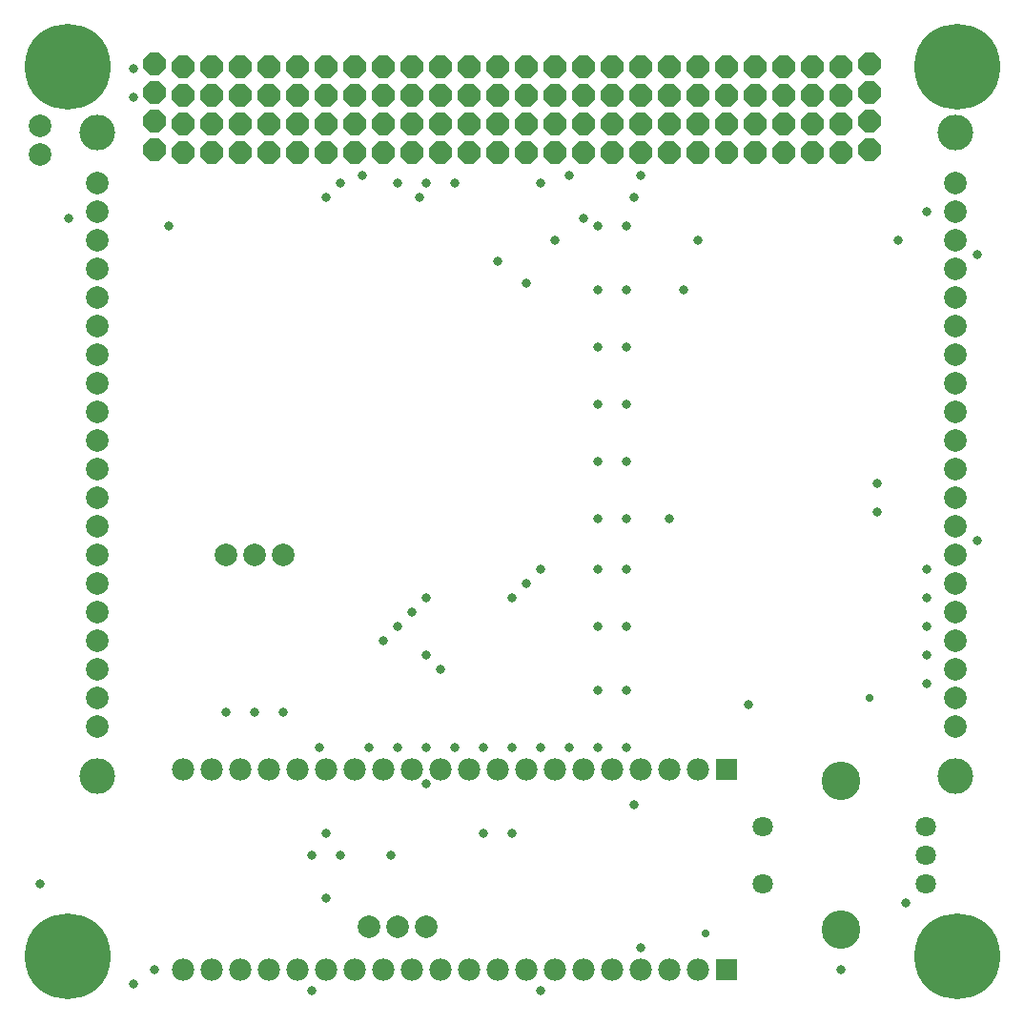
<source format=gbs>
G04 EAGLE Gerber RS-274X export*
G75*
%MOMM*%
%FSLAX34Y34*%
%LPD*%
%INSoldermask Bottom*%
%IPPOS*%
%AMOC8*
5,1,8,0,0,1.08239X$1,22.5*%
G01*
%ADD10C,3.175000*%
%ADD11C,1.987400*%
%ADD12R,1.987400X1.987400*%
%ADD13C,2.006600*%
%ADD14P,2.171924X8X22.500000*%
%ADD15C,7.627000*%
%ADD16C,1.803400*%
%ADD17C,3.429000*%
%ADD18C,0.831000*%
%ADD19C,0.731000*%


D10*
X76200Y209550D03*
X76200Y781050D03*
X838200Y781050D03*
X838200Y209550D03*
D11*
X406400Y38100D03*
X381000Y38100D03*
X431800Y38100D03*
X457200Y38100D03*
X482600Y38100D03*
X508000Y38100D03*
X533400Y38100D03*
X558800Y38100D03*
X584200Y38100D03*
X609600Y38100D03*
D12*
X635000Y38100D03*
D11*
X355600Y38100D03*
X330200Y38100D03*
X304800Y38100D03*
X279400Y38100D03*
X254000Y38100D03*
X228600Y38100D03*
X203200Y38100D03*
X177800Y38100D03*
X152400Y38100D03*
X406400Y215900D03*
X381000Y215900D03*
X431800Y215900D03*
X457200Y215900D03*
X482600Y215900D03*
X508000Y215900D03*
X533400Y215900D03*
X558800Y215900D03*
X584200Y215900D03*
X609600Y215900D03*
D12*
X635000Y215900D03*
D11*
X355600Y215900D03*
X330200Y215900D03*
X304800Y215900D03*
X279400Y215900D03*
X254000Y215900D03*
X228600Y215900D03*
X203200Y215900D03*
X177800Y215900D03*
X152400Y215900D03*
D13*
X368300Y76200D03*
X342900Y76200D03*
X317500Y76200D03*
X241300Y406400D03*
X215900Y406400D03*
X190500Y406400D03*
D14*
X127000Y765840D03*
X127000Y791240D03*
X127000Y816640D03*
X127000Y842040D03*
X152400Y763300D03*
X152400Y788700D03*
X152400Y814100D03*
X152400Y839500D03*
X177800Y763300D03*
X177800Y788700D03*
X177800Y814100D03*
X177800Y839500D03*
X203200Y763300D03*
X203200Y788700D03*
X203200Y814100D03*
X203200Y839500D03*
X228600Y763300D03*
X228600Y788700D03*
X228600Y814100D03*
X228600Y839500D03*
X254000Y763300D03*
X254000Y788700D03*
X254000Y814100D03*
X254000Y839500D03*
X279400Y763300D03*
X279400Y788700D03*
X279400Y814100D03*
X279400Y839500D03*
X304800Y763300D03*
X304800Y788700D03*
X304800Y814100D03*
X304800Y839500D03*
X330200Y763300D03*
X330200Y788700D03*
X330200Y814100D03*
X330200Y839500D03*
X355600Y763300D03*
X355600Y788700D03*
X355600Y814100D03*
X355600Y839500D03*
X381000Y763300D03*
X381000Y788700D03*
X381000Y814100D03*
X381000Y839500D03*
X406400Y763300D03*
X406400Y788700D03*
X406400Y814100D03*
X406400Y839500D03*
X431800Y763300D03*
X431800Y788700D03*
X431800Y814100D03*
X431800Y839500D03*
X457200Y763300D03*
X457200Y788700D03*
X457200Y814100D03*
X457200Y839500D03*
X482600Y763300D03*
X482600Y788700D03*
X482600Y814100D03*
X482600Y839500D03*
X508000Y763300D03*
X508000Y788700D03*
X508000Y814100D03*
X508000Y839500D03*
X533400Y763300D03*
X533400Y788700D03*
X533400Y814100D03*
X533400Y839500D03*
X558800Y763300D03*
X558800Y788700D03*
X558800Y814100D03*
X558800Y839500D03*
X584200Y763300D03*
X584200Y788700D03*
X584200Y814100D03*
X584200Y839500D03*
X609600Y763300D03*
X609600Y788700D03*
X609600Y814100D03*
X609600Y839500D03*
X635000Y763300D03*
X635000Y788700D03*
X635000Y814100D03*
X635000Y839500D03*
X660400Y763300D03*
X660400Y788700D03*
X660400Y814100D03*
X660400Y839500D03*
X685800Y763300D03*
X685800Y788700D03*
X685800Y814100D03*
X685800Y839500D03*
X711200Y763300D03*
X711200Y788700D03*
X711200Y814100D03*
X711200Y839500D03*
X736600Y763300D03*
X736600Y788700D03*
X736600Y814100D03*
X736600Y839500D03*
X762000Y765840D03*
X762000Y791240D03*
X762000Y816640D03*
X762000Y842040D03*
D15*
X49500Y839500D03*
X49500Y49500D03*
X839500Y49500D03*
X839500Y839500D03*
D13*
X25400Y787400D03*
X25400Y762000D03*
D16*
X811530Y139700D03*
X666750Y165100D03*
D17*
X736600Y205740D03*
X736600Y73660D03*
D16*
X666750Y114300D03*
X811530Y165100D03*
X811530Y114300D03*
D13*
X838200Y254000D03*
X838200Y279400D03*
X838200Y304800D03*
X838200Y330200D03*
X838200Y355600D03*
X838200Y381000D03*
X838200Y406400D03*
X838200Y431800D03*
X838200Y457200D03*
X838200Y482600D03*
X838200Y508000D03*
X838200Y533400D03*
X838200Y558800D03*
X838200Y584200D03*
X838200Y609600D03*
X838200Y635000D03*
X838200Y660400D03*
X838200Y685800D03*
X838200Y711200D03*
X838200Y736600D03*
X76200Y254000D03*
X76200Y279400D03*
X76200Y304800D03*
X76200Y330200D03*
X76200Y355600D03*
X76200Y381000D03*
X76200Y406400D03*
X76200Y431800D03*
X76200Y457200D03*
X76200Y482600D03*
X76200Y508000D03*
X76200Y533400D03*
X76200Y558800D03*
X76200Y584200D03*
X76200Y609600D03*
X76200Y635000D03*
X76200Y660400D03*
X76200Y685800D03*
X76200Y711200D03*
X76200Y736600D03*
D18*
X139700Y698500D03*
X190500Y266700D03*
X279400Y158750D03*
X317500Y234950D03*
X342900Y234950D03*
X368300Y234950D03*
X393700Y234950D03*
X342900Y736600D03*
X368300Y736600D03*
X393700Y736600D03*
X279400Y723900D03*
X292100Y736600D03*
X311150Y742950D03*
X812800Y711200D03*
X419100Y234950D03*
X444500Y234950D03*
X469900Y234950D03*
X495300Y234950D03*
X520700Y234950D03*
X546100Y234950D03*
X469900Y736600D03*
X495300Y742950D03*
X520700Y285750D03*
X520700Y342900D03*
X520700Y393700D03*
X520700Y438150D03*
X520700Y488950D03*
X520700Y539750D03*
X520700Y590550D03*
X520700Y641350D03*
X520700Y698500D03*
X546100Y698500D03*
X546100Y641350D03*
X546100Y590550D03*
X546100Y539750D03*
X546100Y488950D03*
X546100Y438150D03*
X546100Y393700D03*
X546100Y342900D03*
X546100Y285750D03*
X266700Y19050D03*
X107950Y25400D03*
X469900Y19050D03*
X558800Y742950D03*
X584200Y438150D03*
X596900Y641350D03*
X768350Y444500D03*
X215900Y266700D03*
X241300Y266700D03*
X273050Y234950D03*
X107950Y838200D03*
X107950Y812800D03*
X127000Y38100D03*
X25400Y114300D03*
X50800Y704850D03*
X368300Y203200D03*
X342900Y342900D03*
X368300Y317500D03*
X368300Y368300D03*
X444500Y368300D03*
X469900Y393700D03*
X812800Y342900D03*
X812800Y368300D03*
X812800Y317500D03*
X812800Y292100D03*
X812800Y393700D03*
X768350Y469900D03*
X419100Y158750D03*
X444500Y158750D03*
X558800Y57150D03*
X787400Y685800D03*
X552450Y723900D03*
X736600Y38100D03*
X279400Y101600D03*
X857250Y673100D03*
X857250Y419100D03*
X654050Y273050D03*
X381000Y304800D03*
X361950Y723900D03*
X355600Y355600D03*
X508000Y704850D03*
X266700Y139700D03*
X292100Y139700D03*
X330200Y330200D03*
X457200Y647700D03*
X457200Y381000D03*
X482600Y685800D03*
X609600Y685800D03*
X431800Y666750D03*
X552450Y184150D03*
D19*
X762000Y279400D03*
D18*
X336550Y139700D03*
X793750Y97282D03*
D19*
X615950Y69850D03*
M02*

</source>
